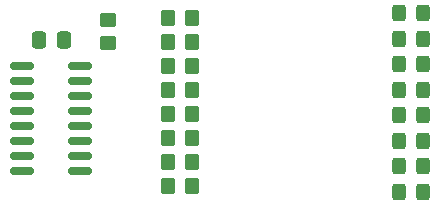
<source format=gtp>
G04 #@! TF.GenerationSoftware,KiCad,Pcbnew,(6.0.11-0)*
G04 #@! TF.CreationDate,2023-06-20T16:53:37+02:00*
G04 #@! TF.ProjectId,ft4232h_mini_module,66743432-3332-4685-9f6d-696e695f6d6f,A*
G04 #@! TF.SameCoordinates,Original*
G04 #@! TF.FileFunction,Paste,Top*
G04 #@! TF.FilePolarity,Positive*
%FSLAX46Y46*%
G04 Gerber Fmt 4.6, Leading zero omitted, Abs format (unit mm)*
G04 Created by KiCad (PCBNEW (6.0.11-0)) date 2023-06-20 16:53:37*
%MOMM*%
%LPD*%
G01*
G04 APERTURE LIST*
G04 Aperture macros list*
%AMRoundRect*
0 Rectangle with rounded corners*
0 $1 Rounding radius*
0 $2 $3 $4 $5 $6 $7 $8 $9 X,Y pos of 4 corners*
0 Add a 4 corners polygon primitive as box body*
4,1,4,$2,$3,$4,$5,$6,$7,$8,$9,$2,$3,0*
0 Add four circle primitives for the rounded corners*
1,1,$1+$1,$2,$3*
1,1,$1+$1,$4,$5*
1,1,$1+$1,$6,$7*
1,1,$1+$1,$8,$9*
0 Add four rect primitives between the rounded corners*
20,1,$1+$1,$2,$3,$4,$5,0*
20,1,$1+$1,$4,$5,$6,$7,0*
20,1,$1+$1,$6,$7,$8,$9,0*
20,1,$1+$1,$8,$9,$2,$3,0*%
G04 Aperture macros list end*
%ADD10RoundRect,0.250000X0.325000X0.450000X-0.325000X0.450000X-0.325000X-0.450000X0.325000X-0.450000X0*%
%ADD11RoundRect,0.250000X-0.350000X-0.450000X0.350000X-0.450000X0.350000X0.450000X-0.350000X0.450000X0*%
%ADD12RoundRect,0.250000X-0.337500X-0.475000X0.337500X-0.475000X0.337500X0.475000X-0.337500X0.475000X0*%
%ADD13RoundRect,0.150000X-0.825000X-0.150000X0.825000X-0.150000X0.825000X0.150000X-0.825000X0.150000X0*%
%ADD14RoundRect,0.250000X0.450000X-0.350000X0.450000X0.350000X-0.450000X0.350000X-0.450000X-0.350000X0*%
G04 APERTURE END LIST*
D10*
X138185000Y-97028000D03*
X136135000Y-97028000D03*
D11*
X116602000Y-105307000D03*
X118602000Y-105307000D03*
D12*
X105642500Y-94960000D03*
X107717500Y-94960000D03*
D11*
X116602000Y-101243000D03*
X118602000Y-101243000D03*
X116602000Y-97179000D03*
X118602000Y-97179000D03*
X116602000Y-95147000D03*
X118602000Y-95147000D03*
D13*
X104205000Y-97155000D03*
X104205000Y-98425000D03*
X104205000Y-99695000D03*
X104205000Y-100965000D03*
X104205000Y-102235000D03*
X104205000Y-103505000D03*
X104205000Y-104775000D03*
X104205000Y-106045000D03*
X109155000Y-106045000D03*
X109155000Y-104775000D03*
X109155000Y-103505000D03*
X109155000Y-102235000D03*
X109155000Y-100965000D03*
X109155000Y-99695000D03*
X109155000Y-98425000D03*
X109155000Y-97155000D03*
D10*
X138185000Y-103505000D03*
X136135000Y-103505000D03*
X138185000Y-101346000D03*
X136135000Y-101346000D03*
X138185000Y-92710000D03*
X136135000Y-92710000D03*
X138185000Y-105664000D03*
X136135000Y-105664000D03*
D11*
X116602000Y-93091000D03*
X118602000Y-93091000D03*
D10*
X138185000Y-99187000D03*
X136135000Y-99187000D03*
X138185000Y-94869000D03*
X136135000Y-94869000D03*
D11*
X116602000Y-103275000D03*
X118602000Y-103275000D03*
X116602000Y-99211000D03*
X118602000Y-99211000D03*
D10*
X138185000Y-107823000D03*
X136135000Y-107823000D03*
D11*
X116602000Y-107339000D03*
X118602000Y-107339000D03*
D14*
X111506000Y-95250000D03*
X111506000Y-93250000D03*
M02*

</source>
